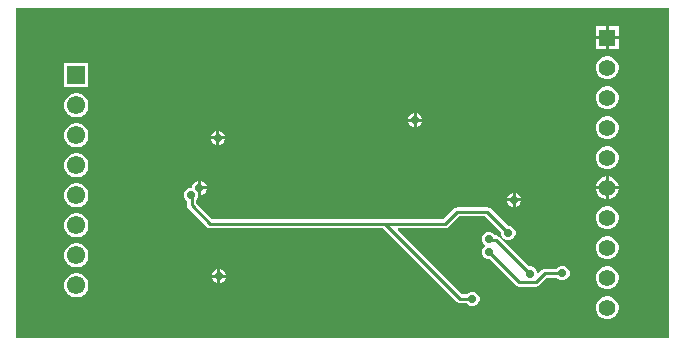
<source format=gbr>
%TF.GenerationSoftware,Altium Limited,Altium Designer,24.4.1 (13)*%
G04 Layer_Physical_Order=2*
G04 Layer_Color=16711680*
%FSLAX45Y45*%
%MOMM*%
%TF.SameCoordinates,62A203F9-3C5A-4200-B48A-7B08D2958CDC*%
%TF.FilePolarity,Positive*%
%TF.FileFunction,Copper,L2,Bot,Signal*%
%TF.Part,Single*%
G01*
G75*
%TA.AperFunction,Conductor*%
%ADD15C,0.25400*%
%TA.AperFunction,ComponentPad*%
%ADD17C,1.40000*%
%ADD18R,1.40000X1.40000*%
%ADD19C,1.55000*%
%ADD20R,1.55000X1.55000*%
%TA.AperFunction,ViaPad*%
%ADD21C,0.71120*%
G36*
X16700500Y6985000D02*
X11176000D01*
Y9779000D01*
X16700500D01*
Y6985000D01*
D02*
G37*
%LPC*%
G36*
X16275200Y9620400D02*
X16192500D01*
Y9537700D01*
X16275200D01*
Y9620400D01*
D02*
G37*
G36*
X16167101D02*
X16084399D01*
Y9537700D01*
X16167101D01*
Y9620400D01*
D02*
G37*
G36*
X16275200Y9512300D02*
X16192500D01*
Y9429600D01*
X16275200D01*
Y9512300D01*
D02*
G37*
G36*
X16167101D02*
X16084399D01*
Y9429600D01*
X16167101D01*
Y9512300D01*
D02*
G37*
G36*
X16192360Y9366400D02*
X16167239D01*
X16142976Y9359898D01*
X16121223Y9347339D01*
X16103461Y9329577D01*
X16090903Y9307823D01*
X16084399Y9283560D01*
Y9258440D01*
X16090903Y9234177D01*
X16103461Y9212423D01*
X16121223Y9194661D01*
X16142976Y9182102D01*
X16167239Y9175600D01*
X16192360D01*
X16216623Y9182102D01*
X16238377Y9194661D01*
X16256139Y9212423D01*
X16268698Y9234177D01*
X16275200Y9258440D01*
Y9283560D01*
X16268698Y9307823D01*
X16256139Y9329577D01*
X16238377Y9347339D01*
X16216623Y9359898D01*
X16192360Y9366400D01*
D02*
G37*
G36*
X11786900Y9310400D02*
X11581100D01*
Y9104600D01*
X11786900D01*
Y9310400D01*
D02*
G37*
G36*
X16192360Y9112400D02*
X16167239D01*
X16142976Y9105898D01*
X16121223Y9093339D01*
X16103461Y9075577D01*
X16090903Y9053823D01*
X16084399Y9029560D01*
Y9004440D01*
X16090903Y8980177D01*
X16103461Y8958423D01*
X16121223Y8940661D01*
X16142976Y8928102D01*
X16167239Y8921600D01*
X16192360D01*
X16216623Y8928102D01*
X16238377Y8940661D01*
X16256139Y8958423D01*
X16268698Y8980177D01*
X16275200Y9004440D01*
Y9029560D01*
X16268698Y9053823D01*
X16256139Y9075577D01*
X16238377Y9093339D01*
X16216623Y9105898D01*
X16192360Y9112400D01*
D02*
G37*
G36*
X11697547Y9056400D02*
X11670453D01*
X11644282Y9049388D01*
X11620818Y9035840D01*
X11601660Y9016682D01*
X11588112Y8993218D01*
X11581100Y8967047D01*
Y8939953D01*
X11588112Y8913782D01*
X11601660Y8890318D01*
X11620818Y8871160D01*
X11644282Y8857612D01*
X11670453Y8850600D01*
X11697547D01*
X11723718Y8857612D01*
X11747182Y8871160D01*
X11766340Y8890318D01*
X11779888Y8913782D01*
X11786900Y8939953D01*
Y8967047D01*
X11779888Y8993218D01*
X11766340Y9016682D01*
X11747182Y9035840D01*
X11723718Y9049388D01*
X11697547Y9056400D01*
D02*
G37*
G36*
X14566901Y8887222D02*
Y8839200D01*
X14614922D01*
X14605879Y8861031D01*
X14588731Y8878179D01*
X14566901Y8887222D01*
D02*
G37*
G36*
X14541499D02*
X14519669Y8878179D01*
X14502521Y8861031D01*
X14493478Y8839200D01*
X14541499D01*
Y8887222D01*
D02*
G37*
G36*
X14614922Y8813800D02*
X14566901D01*
Y8765778D01*
X14588731Y8774821D01*
X14605879Y8791969D01*
X14614922Y8813800D01*
D02*
G37*
G36*
X14541499D02*
X14493478D01*
X14502521Y8791969D01*
X14519669Y8774821D01*
X14541499Y8765778D01*
Y8813800D01*
D02*
G37*
G36*
X12893597Y8737919D02*
Y8689897D01*
X12941618D01*
X12932578Y8711728D01*
X12915428Y8728877D01*
X12893597Y8737919D01*
D02*
G37*
G36*
X12868198D02*
X12846365Y8728877D01*
X12829218Y8711728D01*
X12820175Y8689897D01*
X12868198D01*
Y8737919D01*
D02*
G37*
G36*
X16192360Y8858400D02*
X16167239D01*
X16142976Y8851898D01*
X16121223Y8839339D01*
X16103461Y8821577D01*
X16090903Y8799823D01*
X16084399Y8775560D01*
Y8750440D01*
X16090903Y8726177D01*
X16103461Y8704423D01*
X16121223Y8686661D01*
X16142976Y8674102D01*
X16167239Y8667600D01*
X16192360D01*
X16216623Y8674102D01*
X16238377Y8686661D01*
X16256139Y8704423D01*
X16268698Y8726177D01*
X16275200Y8750440D01*
Y8775560D01*
X16268698Y8799823D01*
X16256139Y8821577D01*
X16238377Y8839339D01*
X16216623Y8851898D01*
X16192360Y8858400D01*
D02*
G37*
G36*
X12941618Y8664497D02*
X12893597D01*
Y8616475D01*
X12915428Y8625518D01*
X12932578Y8642666D01*
X12941618Y8664497D01*
D02*
G37*
G36*
X12868198D02*
X12820175D01*
X12829218Y8642666D01*
X12846365Y8625518D01*
X12868198Y8616475D01*
Y8664497D01*
D02*
G37*
G36*
X11697547Y8802400D02*
X11670453D01*
X11644282Y8795388D01*
X11620818Y8781840D01*
X11601660Y8762682D01*
X11588112Y8739218D01*
X11581100Y8713047D01*
Y8685953D01*
X11588112Y8659782D01*
X11601660Y8636318D01*
X11620818Y8617160D01*
X11644282Y8603612D01*
X11670453Y8596600D01*
X11697547D01*
X11723718Y8603612D01*
X11747182Y8617160D01*
X11766340Y8636318D01*
X11779888Y8659782D01*
X11786900Y8685953D01*
Y8713047D01*
X11779888Y8739218D01*
X11766340Y8762682D01*
X11747182Y8781840D01*
X11723718Y8795388D01*
X11697547Y8802400D01*
D02*
G37*
G36*
X16192360Y8604400D02*
X16167239D01*
X16142976Y8597898D01*
X16121223Y8585339D01*
X16103461Y8567577D01*
X16090903Y8545823D01*
X16084399Y8521560D01*
Y8496440D01*
X16090903Y8472177D01*
X16103461Y8450423D01*
X16121223Y8432661D01*
X16142976Y8420102D01*
X16167239Y8413600D01*
X16192360D01*
X16216623Y8420102D01*
X16238377Y8432661D01*
X16256139Y8450423D01*
X16268698Y8472177D01*
X16275200Y8496440D01*
Y8521560D01*
X16268698Y8545823D01*
X16256139Y8567577D01*
X16238377Y8585339D01*
X16216623Y8597898D01*
X16192360Y8604400D01*
D02*
G37*
G36*
X11697547Y8548400D02*
X11670453D01*
X11644282Y8541388D01*
X11620818Y8527840D01*
X11601660Y8508682D01*
X11588112Y8485218D01*
X11581100Y8459047D01*
Y8431953D01*
X11588112Y8405782D01*
X11601660Y8382318D01*
X11620818Y8363160D01*
X11644282Y8349612D01*
X11670453Y8342600D01*
X11697547D01*
X11723718Y8349612D01*
X11747182Y8363160D01*
X11766340Y8382318D01*
X11779888Y8405782D01*
X11786900Y8431953D01*
Y8459047D01*
X11779888Y8485218D01*
X11766340Y8508682D01*
X11747182Y8527840D01*
X11723718Y8541388D01*
X11697547Y8548400D01*
D02*
G37*
G36*
X16192500Y8350362D02*
Y8267700D01*
X16275162D01*
X16268698Y8291823D01*
X16256139Y8313577D01*
X16238377Y8331339D01*
X16216623Y8343898D01*
X16192500Y8350362D01*
D02*
G37*
G36*
X16167101D02*
X16142976Y8343898D01*
X16121223Y8331339D01*
X16103461Y8313577D01*
X16090903Y8291823D01*
X16084438Y8267700D01*
X16167101D01*
Y8350362D01*
D02*
G37*
G36*
X12739385Y8314437D02*
Y8266415D01*
X12787407D01*
X12778365Y8288246D01*
X12761216Y8305394D01*
X12739385Y8314437D01*
D02*
G37*
G36*
X12787407Y8241015D02*
X12739385D01*
Y8192993D01*
X12761216Y8202035D01*
X12778365Y8219183D01*
X12787407Y8241015D01*
D02*
G37*
G36*
X15405099Y8214122D02*
Y8166100D01*
X15453122D01*
X15444080Y8187931D01*
X15426932Y8205079D01*
X15405099Y8214122D01*
D02*
G37*
G36*
X15379700D02*
X15357869Y8205079D01*
X15340721Y8187931D01*
X15331677Y8166100D01*
X15379700D01*
Y8214122D01*
D02*
G37*
G36*
X16275162Y8242300D02*
X16192500D01*
Y8159638D01*
X16216623Y8166102D01*
X16238377Y8178661D01*
X16256139Y8196423D01*
X16268698Y8218177D01*
X16275162Y8242300D01*
D02*
G37*
G36*
X16167101D02*
X16084438D01*
X16090903Y8218177D01*
X16103461Y8196423D01*
X16121223Y8178661D01*
X16142976Y8166102D01*
X16167101Y8159638D01*
Y8242300D01*
D02*
G37*
G36*
X15453122Y8140700D02*
X15405099D01*
Y8092678D01*
X15426932Y8101721D01*
X15444080Y8118869D01*
X15453122Y8140700D01*
D02*
G37*
G36*
X15379700D02*
X15331677D01*
X15340721Y8118869D01*
X15357869Y8101721D01*
X15379700Y8092678D01*
Y8140700D01*
D02*
G37*
G36*
X11697547Y8294400D02*
X11670453D01*
X11644282Y8287388D01*
X11620818Y8273840D01*
X11601660Y8254682D01*
X11588112Y8231218D01*
X11581100Y8205047D01*
Y8177953D01*
X11588112Y8151782D01*
X11601660Y8128318D01*
X11620818Y8109160D01*
X11644282Y8095612D01*
X11670453Y8088600D01*
X11697547D01*
X11723718Y8095612D01*
X11747182Y8109160D01*
X11766340Y8128318D01*
X11779888Y8151782D01*
X11786900Y8177953D01*
Y8205047D01*
X11779888Y8231218D01*
X11766340Y8254682D01*
X11747182Y8273840D01*
X11723718Y8287388D01*
X11697547Y8294400D01*
D02*
G37*
G36*
X16192360Y8096400D02*
X16167239D01*
X16142976Y8089898D01*
X16121223Y8077339D01*
X16103461Y8059577D01*
X16090903Y8037823D01*
X16084399Y8013560D01*
Y7988440D01*
X16090903Y7964177D01*
X16103461Y7942423D01*
X16121223Y7924661D01*
X16142976Y7912102D01*
X16167239Y7905600D01*
X16192360D01*
X16216623Y7912102D01*
X16238377Y7924661D01*
X16256139Y7942423D01*
X16268698Y7964177D01*
X16275200Y7988440D01*
Y8013560D01*
X16268698Y8037823D01*
X16256139Y8059577D01*
X16238377Y8077339D01*
X16216623Y8089898D01*
X16192360Y8096400D01*
D02*
G37*
G36*
X11697547Y8040400D02*
X11670453D01*
X11644282Y8033388D01*
X11620818Y8019840D01*
X11601660Y8000682D01*
X11588112Y7977218D01*
X11581100Y7951047D01*
Y7923953D01*
X11588112Y7897782D01*
X11601660Y7874318D01*
X11620818Y7855160D01*
X11644282Y7841612D01*
X11670453Y7834600D01*
X11697547D01*
X11723718Y7841612D01*
X11747182Y7855160D01*
X11766340Y7874318D01*
X11779888Y7897782D01*
X11786900Y7923953D01*
Y7951047D01*
X11779888Y7977218D01*
X11766340Y8000682D01*
X11747182Y8019840D01*
X11723718Y8033388D01*
X11697547Y8040400D01*
D02*
G37*
G36*
X12713985Y8314437D02*
X12692154Y8305394D01*
X12675006Y8288246D01*
X12665725Y8265840D01*
Y8253082D01*
X12664820Y8252477D01*
X12640569D01*
X12618163Y8243196D01*
X12601015Y8226048D01*
X12591735Y8203643D01*
Y8179391D01*
X12601015Y8156986D01*
X12618163Y8139838D01*
X12620497Y8138871D01*
Y8105157D01*
X12623454Y8090291D01*
X12631875Y8077688D01*
X12786831Y7922731D01*
X12799434Y7914311D01*
X12814301Y7911353D01*
X14284109D01*
X14907732Y7287731D01*
X14920334Y7279311D01*
X14935201Y7276353D01*
X14989436D01*
X15002269Y7263521D01*
X15024673Y7254240D01*
X15048926D01*
X15071330Y7263521D01*
X15088480Y7280669D01*
X15097760Y7303074D01*
Y7327326D01*
X15088480Y7349731D01*
X15071330Y7366879D01*
X15048926Y7376160D01*
X15024673D01*
X15002269Y7366879D01*
X14989436Y7354047D01*
X14951291D01*
X14405717Y7899620D01*
X14410577Y7911353D01*
X14808200D01*
X14823067Y7914311D01*
X14835669Y7922731D01*
X14925891Y8012953D01*
X15147710D01*
X15280640Y7880023D01*
Y7861874D01*
X15289922Y7839469D01*
X15307069Y7822321D01*
X15329474Y7813040D01*
X15353726D01*
X15376131Y7822321D01*
X15393279Y7839469D01*
X15402560Y7861874D01*
Y7886126D01*
X15393279Y7908531D01*
X15376131Y7925679D01*
X15353726Y7934960D01*
X15335577D01*
X15191269Y8079269D01*
X15178667Y8087689D01*
X15163800Y8090647D01*
X14909801D01*
X14894934Y8087689D01*
X14882330Y8079269D01*
X14792110Y7989047D01*
X12830391D01*
X12698190Y8121247D01*
Y8150802D01*
X12704374Y8156986D01*
X12713655Y8179391D01*
Y8192150D01*
X12713985Y8192371D01*
Y8253715D01*
Y8314437D01*
D02*
G37*
G36*
X16192360Y7842400D02*
X16167239D01*
X16142976Y7835898D01*
X16121223Y7823339D01*
X16103461Y7805577D01*
X16090903Y7783823D01*
X16084399Y7759560D01*
Y7734440D01*
X16090903Y7710177D01*
X16103461Y7688423D01*
X16121223Y7670661D01*
X16142976Y7658102D01*
X16167239Y7651600D01*
X16192360D01*
X16216623Y7658102D01*
X16238377Y7670661D01*
X16256139Y7688423D01*
X16268698Y7710177D01*
X16275200Y7734440D01*
Y7759560D01*
X16268698Y7783823D01*
X16256139Y7805577D01*
X16238377Y7823339D01*
X16216623Y7835898D01*
X16192360Y7842400D01*
D02*
G37*
G36*
X11697547Y7786400D02*
X11670453D01*
X11644282Y7779388D01*
X11620818Y7765840D01*
X11601660Y7746682D01*
X11588112Y7723218D01*
X11581100Y7697047D01*
Y7669953D01*
X11588112Y7643782D01*
X11601660Y7620318D01*
X11620818Y7601160D01*
X11644282Y7587612D01*
X11670453Y7580600D01*
X11697547D01*
X11723718Y7587612D01*
X11747182Y7601160D01*
X11766340Y7620318D01*
X11779888Y7643782D01*
X11786900Y7669953D01*
Y7697047D01*
X11779888Y7723218D01*
X11766340Y7746682D01*
X11747182Y7765840D01*
X11723718Y7779388D01*
X11697547Y7786400D01*
D02*
G37*
G36*
X12903200Y7566422D02*
Y7518400D01*
X12951222D01*
X12942178Y7540231D01*
X12925031Y7557379D01*
X12903200Y7566422D01*
D02*
G37*
G36*
X12877800D02*
X12855969Y7557379D01*
X12838821Y7540231D01*
X12829778Y7518400D01*
X12877800D01*
Y7566422D01*
D02*
G37*
G36*
X15188626Y7884160D02*
X15164374D01*
X15141969Y7874879D01*
X15124821Y7857731D01*
X15115540Y7835326D01*
Y7811074D01*
X15124821Y7788669D01*
X15139986Y7773504D01*
X15141129Y7766050D01*
X15139986Y7758596D01*
X15124821Y7743431D01*
X15115540Y7721026D01*
Y7696774D01*
X15124821Y7674369D01*
X15141969Y7657221D01*
X15164374Y7647940D01*
X15182523D01*
X15402699Y7427764D01*
X15415302Y7419343D01*
X15430167Y7416386D01*
X15576550D01*
X15591415Y7419343D01*
X15604018Y7427764D01*
X15668507Y7492253D01*
X15751436D01*
X15764268Y7479421D01*
X15786674Y7470140D01*
X15810925D01*
X15833331Y7479421D01*
X15850479Y7496569D01*
X15859760Y7518974D01*
Y7543226D01*
X15850479Y7565631D01*
X15833331Y7582779D01*
X15810925Y7592060D01*
X15786674D01*
X15764268Y7582779D01*
X15751436Y7569947D01*
X15652417D01*
X15637550Y7566989D01*
X15624948Y7558569D01*
X15595784Y7529404D01*
X15583084Y7534665D01*
Y7541018D01*
X15573804Y7563424D01*
X15556654Y7580572D01*
X15534250Y7589853D01*
X15516101D01*
X15264034Y7841921D01*
X15251431Y7850341D01*
X15236565Y7853298D01*
X15230016D01*
X15228178Y7857731D01*
X15211031Y7874879D01*
X15188626Y7884160D01*
D02*
G37*
G36*
X12951222Y7493000D02*
X12903200D01*
Y7444978D01*
X12925031Y7454021D01*
X12942178Y7471169D01*
X12951222Y7493000D01*
D02*
G37*
G36*
X12877800D02*
X12829778D01*
X12838821Y7471169D01*
X12855969Y7454021D01*
X12877800Y7444978D01*
Y7493000D01*
D02*
G37*
G36*
X16192360Y7588400D02*
X16167239D01*
X16142976Y7581898D01*
X16121223Y7569339D01*
X16103461Y7551577D01*
X16090903Y7529823D01*
X16084399Y7505560D01*
Y7480440D01*
X16090903Y7456177D01*
X16103461Y7434423D01*
X16121223Y7416661D01*
X16142976Y7404102D01*
X16167239Y7397600D01*
X16192360D01*
X16216623Y7404102D01*
X16238377Y7416661D01*
X16256139Y7434423D01*
X16268698Y7456177D01*
X16275200Y7480440D01*
Y7505560D01*
X16268698Y7529823D01*
X16256139Y7551577D01*
X16238377Y7569339D01*
X16216623Y7581898D01*
X16192360Y7588400D01*
D02*
G37*
G36*
X11697547Y7532400D02*
X11670453D01*
X11644282Y7525388D01*
X11620818Y7511840D01*
X11601660Y7492682D01*
X11588112Y7469218D01*
X11581100Y7443047D01*
Y7415953D01*
X11588112Y7389782D01*
X11601660Y7366318D01*
X11620818Y7347160D01*
X11644282Y7333612D01*
X11670453Y7326600D01*
X11697547D01*
X11723718Y7333612D01*
X11747182Y7347160D01*
X11766340Y7366318D01*
X11779888Y7389782D01*
X11786900Y7415953D01*
Y7443047D01*
X11779888Y7469218D01*
X11766340Y7492682D01*
X11747182Y7511840D01*
X11723718Y7525388D01*
X11697547Y7532400D01*
D02*
G37*
G36*
X16192360Y7334400D02*
X16167239D01*
X16142976Y7327898D01*
X16121223Y7315339D01*
X16103461Y7297577D01*
X16090903Y7275823D01*
X16084399Y7251560D01*
Y7226440D01*
X16090903Y7202177D01*
X16103461Y7180423D01*
X16121223Y7162661D01*
X16142976Y7150102D01*
X16167239Y7143600D01*
X16192360D01*
X16216623Y7150102D01*
X16238377Y7162661D01*
X16256139Y7180423D01*
X16268698Y7202177D01*
X16275200Y7226440D01*
Y7251560D01*
X16268698Y7275823D01*
X16256139Y7297577D01*
X16238377Y7315339D01*
X16216623Y7327898D01*
X16192360Y7334400D01*
D02*
G37*
%LPD*%
D15*
X12814301Y7950200D02*
X14300200D01*
X14935201Y7315200D01*
X14300200Y7950200D02*
X14808200D01*
X14935201Y7315200D02*
X15036800D01*
X12659343Y8105157D02*
X12814301Y7950200D01*
X14808200D02*
X14909801Y8051800D01*
X15163800D01*
X12659343Y8105157D02*
Y8184868D01*
X12652695Y8191517D02*
X12659343Y8184868D01*
X12715632Y8253715D02*
X12726685D01*
X15163800Y8051800D02*
X15341600Y7874000D01*
X15185248Y7814452D02*
X15236565D01*
X15176500Y7823200D02*
X15185248Y7814452D01*
X15236565D02*
X15522124Y7528893D01*
X15176500Y7708900D02*
X15430167Y7455233D01*
X15652417Y7531100D02*
X15798801D01*
X15576550Y7455233D02*
X15652417Y7531100D01*
X15430167Y7455233D02*
X15576550D01*
D17*
X16179800Y7239000D02*
D03*
Y7493000D02*
D03*
Y7747000D02*
D03*
Y8001000D02*
D03*
Y8255000D02*
D03*
Y8509000D02*
D03*
Y8763000D02*
D03*
Y9017000D02*
D03*
Y9271000D02*
D03*
D18*
Y9525000D02*
D03*
D19*
X11684000Y7429500D02*
D03*
Y7683500D02*
D03*
Y7937500D02*
D03*
Y8953500D02*
D03*
Y8699500D02*
D03*
Y8445500D02*
D03*
Y8191500D02*
D03*
D20*
Y9207500D02*
D03*
D21*
X12652695Y8191517D02*
D03*
X12880898Y8677197D02*
D03*
X12726685Y8253715D02*
D03*
X15176500Y7823200D02*
D03*
X15341600Y7874000D02*
D03*
X15036800Y7315200D02*
D03*
X15176500Y7708900D02*
D03*
X15392400Y8153400D02*
D03*
X15522124Y7528893D02*
D03*
X12890500Y7505700D02*
D03*
X15798801Y7531100D02*
D03*
X14554201Y8826500D02*
D03*
%TF.MD5,c761c671973b2e068c860018852bf3ab*%
M02*

</source>
